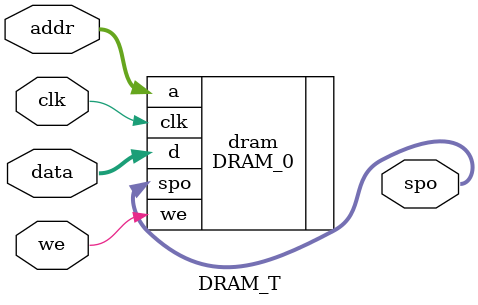
<source format=sv>
`timescale 1ns / 1ps


module DRAM_T(
    input clk, we,
    input [31:0] data,
    input [9:0] addr,
    output reg [31:0] spo
    );
    DRAM_0 dram(
        .clk(clk),
        .d(data),
        .a(addr),
        .spo(spo),
        .we(we)
    );

endmodule

</source>
